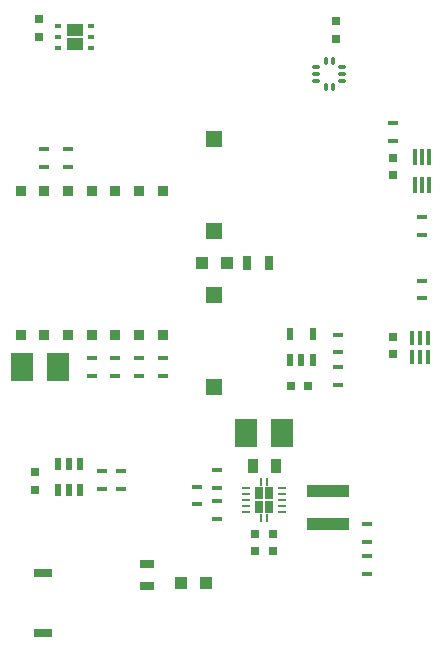
<source format=gtp>
G04 #@! TF.FileFunction,Paste,Top*
%FSLAX46Y46*%
G04 Gerber Fmt 4.6, Leading zero omitted, Abs format (unit mm)*
G04 Created by KiCad (PCBNEW 4.0.5) date 2016 December 23, Friday 21:00:41*
%MOMM*%
%LPD*%
G01*
G04 APERTURE LIST*
%ADD10C,0.100000*%
%ADD11O,0.290000X0.740000*%
%ADD12O,0.740000X0.290000*%
%ADD13R,0.840000X0.440000*%
%ADD14R,0.940000X1.190000*%
%ADD15R,1.890720X2.439360*%
%ADD16R,1.138880X1.138880*%
%ADD17R,3.600000X1.100000*%
%ADD18R,0.640000X1.240000*%
%ADD19R,0.590000X1.000000*%
%ADD20R,0.740000X0.690000*%
%ADD21R,0.690000X0.740000*%
%ADD22R,1.640000X0.740000*%
%ADD23R,1.240000X0.640000*%
%ADD24R,1.440000X1.440000*%
%ADD25R,0.790000X0.220000*%
%ADD26R,0.682960X1.060000*%
%ADD27R,0.220000X0.640000*%
%ADD28R,0.340000X1.340000*%
%ADD29R,0.340000X1.240000*%
%ADD30R,0.940000X0.940000*%
%ADD31R,0.540000X0.340000*%
%ADD32R,1.360000X1.060000*%
G04 APERTURE END LIST*
D10*
D11*
X27700000Y50100000D03*
X27100000Y50100000D03*
X27100000Y47900000D03*
X27700000Y47900000D03*
D12*
X26300000Y49600000D03*
X26300000Y49000000D03*
X26300000Y48400000D03*
X28500000Y48400000D03*
X28500000Y49000000D03*
X28500000Y49600000D03*
D13*
X30635295Y10886745D03*
X30635295Y9386745D03*
D14*
X20923595Y15779566D03*
X22923595Y15779566D03*
D15*
X20399594Y18600000D03*
X23447594Y18600000D03*
D16*
X16650980Y33000000D03*
X18749020Y33000000D03*
D17*
X27300000Y10900000D03*
X27300000Y13700000D03*
D18*
X20450000Y33000000D03*
X22350000Y33000000D03*
D13*
X8191594Y13859178D03*
X8191594Y15359178D03*
X9796593Y13855847D03*
X9796593Y15355847D03*
X5300000Y42650001D03*
X5300000Y41150001D03*
X13300000Y23449999D03*
X13300000Y24949999D03*
X9299999Y24950001D03*
X9299999Y23450001D03*
X11299999Y23450001D03*
X11299999Y24950001D03*
X7299999Y24950000D03*
X7299999Y23450000D03*
X28150001Y26915543D03*
X28150001Y25415543D03*
X28150000Y24158763D03*
X28150000Y22658763D03*
X30635294Y8186747D03*
X30635294Y6686747D03*
X17923594Y15442821D03*
X17923594Y13942821D03*
X17923594Y12842822D03*
X17923594Y11342822D03*
X35250000Y35350000D03*
X35250000Y36850000D03*
X32850000Y43300000D03*
X32850000Y44800000D03*
X35249999Y31500001D03*
X35249999Y30000001D03*
D19*
X4450000Y13800000D03*
X5400000Y13800000D03*
X6350000Y13800000D03*
X6350000Y16000000D03*
X4450000Y16000000D03*
X5400000Y16000000D03*
X24100001Y24765543D03*
X25050001Y24765543D03*
X26000001Y24765543D03*
X26000001Y26965543D03*
X24100001Y26965543D03*
D15*
X1375999Y24200001D03*
X4423999Y24200001D03*
D20*
X22658888Y8559567D03*
X21158888Y8559567D03*
D13*
X16223594Y14042821D03*
X16223594Y12542821D03*
D21*
X2500000Y13750000D03*
X2500000Y15250000D03*
D20*
X22658888Y10059562D03*
X21158888Y10059562D03*
D21*
X2850000Y52100000D03*
X2850000Y53600000D03*
X28000000Y51950000D03*
X28000000Y53450000D03*
X32800000Y25250000D03*
X32800000Y26750000D03*
X32850002Y41900000D03*
X32850002Y40400000D03*
D20*
X24150001Y22558761D03*
X25650001Y22558761D03*
D22*
X3150000Y6750000D03*
X3150000Y1650000D03*
D16*
X16949020Y5850000D03*
X14850980Y5850000D03*
D23*
X12000001Y5599999D03*
X12000001Y7499999D03*
D24*
X17700000Y22500000D03*
X17700000Y30300000D03*
X17700000Y35700000D03*
X17700000Y43500000D03*
D25*
X20400000Y13900000D03*
X20400000Y13400000D03*
X20400000Y12900000D03*
X20400000Y12400000D03*
X20400000Y11900000D03*
X23400000Y11900000D03*
X23400000Y12400000D03*
X23400000Y12900000D03*
X23400000Y13400000D03*
X23400000Y13900000D03*
D26*
X22311480Y12300000D03*
X22311480Y13500000D03*
X21488520Y13500000D03*
X21488520Y12300000D03*
D27*
X22150000Y14450000D03*
X21650000Y14450000D03*
X21650000Y11350000D03*
X22150000Y11350000D03*
D28*
X34650000Y39550000D03*
X35250000Y39550000D03*
X35850000Y39550000D03*
X35850000Y41950000D03*
X35250000Y41950000D03*
X34650000Y41950000D03*
D29*
X34450000Y25023333D03*
X35100000Y25023333D03*
X35750000Y25023333D03*
X35750000Y26623333D03*
X35100000Y26623333D03*
X34450000Y26623333D03*
D13*
X3300000Y42649999D03*
X3300000Y41149999D03*
D30*
X13300000Y26900000D03*
X11300000Y26900000D03*
X9300000Y26900000D03*
X7300000Y26900000D03*
X5300000Y26900000D03*
X3300000Y26900000D03*
X1300000Y26900000D03*
X13300000Y39100000D03*
X11300000Y39100000D03*
X9300000Y39100000D03*
X7300000Y39100000D03*
X5300000Y39100000D03*
X3300000Y39100000D03*
X1300000Y39100000D03*
D31*
X4450000Y53049998D03*
X4450000Y51149998D03*
X4450000Y52099998D03*
X7250000Y52099998D03*
X7250000Y53049998D03*
X7250000Y51149998D03*
D32*
X5850000Y51499998D03*
X5850000Y52699998D03*
M02*

</source>
